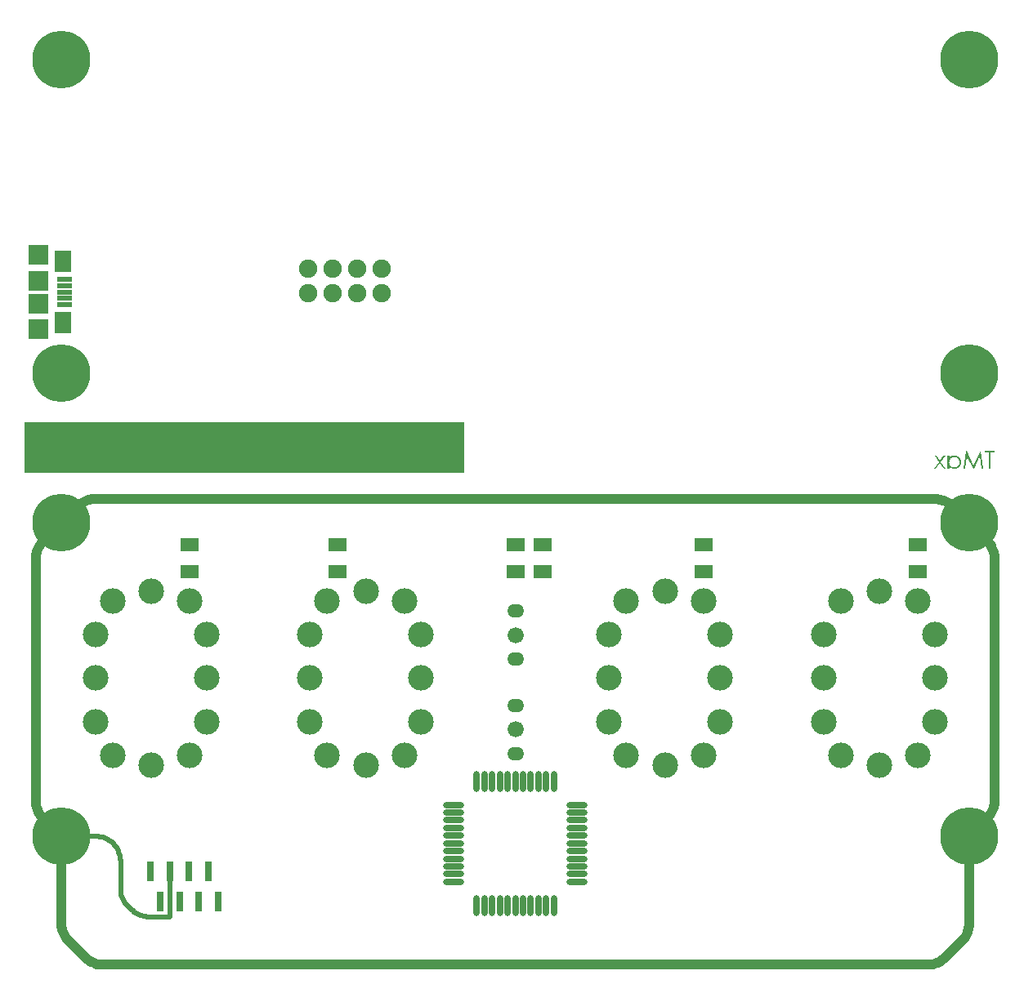
<source format=gbs>
%FSTAX23Y23*%
%MOIN*%
%SFA1B1*%

%IPPOS*%
%ADD49C,0.019685*%
%ADD60R,0.029622X0.078834*%
%ADD84R,0.074897X0.055212*%
%ADD88C,0.006000*%
%ADD89C,0.104425*%
%ADD90C,0.074897*%
%ADD91O,0.068992X0.053244*%
%ADD92C,0.066000*%
%ADD93C,0.235921*%
%ADD100C,0.039370*%
%ADD119R,1.796595X0.210000*%
%ADD120O,0.027653X0.086708*%
%ADD121O,0.086708X0.027653*%
%ADD122R,0.068992X0.088677*%
%ADD123R,0.059149X0.021748*%
%ADD124R,0.080803X0.080803*%
%LNnixie_board_v2.0-1*%
%LPD*%
G36*
X04928Y03483D02*
X0493Y03483D01*
X04932Y03483*
X04934Y03482*
X04935Y03482*
X04937Y03481*
X04938Y0348*
X0494Y03479*
X04941Y03479*
X04942Y03478*
X04943Y03477*
X04944Y03477*
X04944Y03476*
X04945Y03476*
X04945Y03475*
X04945Y03475*
X04946Y03474*
X04948Y03472*
X04949Y03471*
X0495Y03469*
X0495Y03467*
X04951Y03466*
X04952Y03464*
X04952Y03463*
X04952Y03461*
X04953Y0346*
X04953Y03459*
X04953Y03458*
X04953Y03457*
X04953Y03456*
Y03456*
Y03456*
X04953Y03454*
X04953Y03452*
X04952Y0345*
X04952Y03448*
X04951Y03446*
X0495Y03445*
X0495Y03443*
X04949Y03442*
X04948Y0344*
X04948Y03439*
X04947Y03438*
X04946Y03438*
X04946Y03437*
X04945Y03437*
X04945Y03436*
X04945Y03436*
X04944Y03435*
X04942Y03434*
X0494Y03433*
X04939Y03432*
X04937Y03431*
X04936Y0343*
X04934Y0343*
X04933Y03429*
X04931Y03429*
X0493Y03429*
X04929Y03428*
X04928Y03428*
X04927Y03428*
X04927Y03428*
X04926*
X04924Y03428*
X04922Y03429*
X0492Y03429*
X04918Y0343*
X04917Y0343*
X04916Y0343*
X04916Y0343*
X04915Y0343*
X04915Y0343*
X04915Y03431*
X04915Y03431*
X04914*
X04912Y03432*
X04911Y03433*
X04909Y03434*
X04908Y03436*
X04907Y03437*
X04906Y03438*
X04905Y03438*
X04905Y03438*
X04905Y03438*
X04905Y03439*
Y0343*
X04898*
Y03482*
X04905*
Y03472*
X04906Y03474*
X04908Y03476*
X0491Y03477*
X04911Y03479*
X04912Y0348*
X04913Y0348*
X04913Y0348*
X04914Y0348*
X04914Y03481*
X04914Y03481*
X04914*
X04916Y03482*
X04918Y03482*
X0492Y03483*
X04922Y03483*
X04923Y03483*
X04924Y03483*
X04924Y03483*
X04925Y03483*
X04926*
X04928Y03483*
G37*
G36*
X04871Y03457D02*
X04891Y0343D01*
X04883*
X04867Y03452*
X04851Y0343*
X04842*
X04863Y03457*
X04845Y03482*
X04853*
X04867Y03463*
X04881Y03482*
X04889*
X04871Y03457*
G37*
G36*
X05044Y0343D02*
X05037D01*
X0503Y03481*
X05005Y0343*
X05003*
X04977Y0348*
X0497Y0343*
X04963*
X04974Y03501*
X04975*
X05004Y03442*
X05032Y03501*
X05034*
X05044Y0343*
G37*
G36*
X0509Y03494D02*
X05074D01*
Y0343*
X05067*
Y03494*
X05051*
Y03501*
X0509*
Y03494*
G37*
%LNnixie_board_v2.0-2*%
%LPC*%
G36*
X04926Y03477D02*
X04925D01*
X04924Y03477*
X04922Y03477*
X04921Y03476*
X04919Y03476*
X04918Y03476*
X04917Y03475*
X04916Y03474*
X04915Y03474*
X04914Y03473*
X04913Y03473*
X04912Y03472*
X04912Y03472*
X04911Y03471*
X04911Y03471*
X04911Y03471*
X04911Y03471*
X04909Y0347*
X04909Y03468*
X04908Y03467*
X04907Y03466*
X04906Y03465*
X04906Y03463*
X04906Y03462*
X04905Y03461*
X04905Y0346*
X04905Y03459*
X04905Y03458*
X04905Y03457*
X04904Y03456*
Y03456*
Y03456*
Y03455*
X04905Y03453*
X04905Y03451*
X04905Y0345*
X04906Y03448*
X04906Y03447*
X04907Y03446*
X04907Y03446*
X04907Y03445*
X04907Y03445*
X04907Y03445*
Y03445*
X04908Y03443*
X0491Y03442*
X04911Y0344*
X04912Y03439*
X04913Y03438*
X04914Y03438*
X04914Y03438*
X04915Y03437*
X04915Y03437*
X04915*
X04917Y03436*
X04919Y03436*
X0492Y03435*
X04922Y03435*
X04923Y03435*
X04924Y03435*
X04924*
X04925Y03434*
X04925*
X04927Y03435*
X04929Y03435*
X04931Y03435*
X04933Y03436*
X04934Y03436*
X04934Y03437*
X04935Y03437*
X04935Y03437*
X04935Y03437*
X04936Y03437*
X04936*
X04937Y03438*
X04939Y0344*
X0494Y03441*
X04941Y03442*
X04942Y03443*
X04943Y03444*
X04943Y03445*
X04943Y03445*
X04943Y03445*
Y03445*
X04944Y03447*
X04945Y03449*
X04945Y03451*
X04946Y03452*
X04946Y03454*
X04946Y03454*
Y03455*
X04946Y03455*
Y03455*
Y03456*
Y03456*
X04946Y03458*
X04946Y0346*
X04945Y03461*
X04945Y03463*
X04944Y03464*
X04944Y03465*
X04944Y03465*
X04944Y03466*
X04943Y03466*
X04943Y03466*
Y03466*
X04942Y03468*
X04941Y0347*
X0494Y03471*
X04938Y03472*
X04937Y03473*
X04937Y03474*
X04936Y03474*
X04936Y03474*
X04936Y03474*
X04936*
X04934Y03475*
X04932Y03476*
X0493Y03476*
X04929Y03477*
X04927Y03477*
X04927Y03477*
X04926Y03477*
G37*
%LNnixie_board_v2.0-3*%
%LPD*%
G54D49*
X01495Y01899D02*
D01*
X0149Y01904*
X01484Y01908*
X01478Y01913*
X01472Y01916*
X01466Y01919*
X0146Y01922*
X01453Y01924*
X01446Y01926*
X0144Y01927*
X01433Y01928*
X01426Y01929*
X01424Y01929*
X01525Y01716D02*
D01*
X01525Y01709*
X01525Y01702*
X01527Y01695*
X01528Y01688*
X01531Y01682*
X01533Y01675*
X01536Y01669*
X0154Y01663*
X01544Y01657*
X01548Y01652*
X01553Y01646*
X01554Y01645*
X0157Y01629D02*
D01*
X01575Y01624*
X01581Y0162*
X01586Y01616*
X01592Y01612*
X01599Y01609*
X01605Y01606*
X01612Y01604*
X01618Y01602*
X01625Y01601*
X01632Y016*
X01639Y016*
X01641Y016*
X01525Y01828D02*
D01*
X01524Y01835*
X01524Y01842*
X01522Y01849*
X01521Y01856*
X01518Y01862*
X01516Y01869*
X01513Y01875*
X01509Y01881*
X01505Y01887*
X01501Y01892*
X01496Y01898*
X01495Y01899*
X01284Y01929D02*
X01424D01*
X01554Y01645D02*
X0157Y01629D01*
X01525Y01716D02*
Y01828D01*
X01641Y016D02*
X01725D01*
Y01662D02*
Y01787D01*
Y016D02*
Y01662D01*
G54D60*
X01647Y01787D03*
X01765Y01662D03*
X01844D03*
X01922D03*
X01804Y01787D03*
X01725D03*
X01883D03*
X01686Y01662D03*
G54D84*
X04777Y03119D03*
Y0301D03*
X0241Y03119D03*
Y0301D03*
X01807Y03119D03*
Y0301D03*
X03902Y03119D03*
Y0301D03*
X03245D03*
Y03119D03*
X03135Y0301D03*
Y03119D03*
G54D88*
X03745Y02575D03*
X02036Y05242D03*
Y05171D03*
X02629Y05242D03*
Y05171D03*
X02333Y05242D03*
Y05171D03*
X02525Y02575D03*
X0462D03*
X0165D03*
G54D89*
X03902Y0226D03*
X03971Y02397D03*
Y02575D03*
Y02752D03*
X03902Y02889D03*
X03745Y02929D03*
X03587Y02889D03*
X03518Y02752D03*
Y02575D03*
Y02397D03*
X03587Y0226D03*
X03745Y0222D03*
X02525D03*
X02367Y0226D03*
X02298Y02397D03*
Y02575D03*
Y02752D03*
X02367Y02889D03*
X02525Y02929D03*
X02682Y02889D03*
X02751Y02752D03*
Y02575D03*
Y02397D03*
X02682Y0226D03*
X0462Y0222D03*
X04462Y0226D03*
X04393Y02397D03*
Y02575D03*
Y02752D03*
X04462Y02889D03*
X0462Y02929D03*
X04777Y02889D03*
X04846Y02752D03*
Y02575D03*
Y02397D03*
X04777Y0226D03*
X0165Y0222D03*
X01492Y0226D03*
X01423Y02397D03*
Y02575D03*
Y02752D03*
X01492Y02889D03*
X0165Y02929D03*
X01807Y02889D03*
X01876Y02752D03*
Y02575D03*
Y02397D03*
X01807Y0226D03*
G54D90*
X0259Y04247D03*
X0249D03*
X0259Y04147D03*
X0239Y04247D03*
X0249Y04147D03*
X0229D03*
X0239D03*
X0229Y04247D03*
G54D91*
X03135Y02848D03*
Y02651D03*
Y02463D03*
Y02266D03*
G54D92*
X03135Y0275D03*
Y02365D03*
G54D93*
X01284Y05098D03*
X04985Y03818D03*
X01284D03*
X04985Y05098D03*
Y03209D03*
X01284Y01929D03*
X04985D03*
X01284Y03209D03*
G54D100*
X04919Y03275D02*
D01*
X04914Y0328*
X04908Y03284*
X04903Y03288*
X04897Y03292*
X0489Y03295*
X04884Y03298*
X04877Y033*
X04871Y03302*
X04864Y03303*
X04857Y03304*
X0485Y03304*
X04848Y03305*
X0509Y03063D02*
D01*
X0509Y0307*
X05089Y03077*
X05088Y03084*
X05086Y0309*
X05084Y03097*
X05081Y03103*
X05078Y0311*
X05075Y03116*
X05071Y03122*
X05066Y03127*
X05062Y03132*
X05061Y03133*
Y02004D02*
D01*
X05065Y02009*
X0507Y02014*
X05074Y0202*
X05077Y02026*
X0508Y02032*
X05083Y02039*
X05085Y02045*
X05087Y02052*
X05089Y02059*
X05089Y02066*
X0509Y02073*
X0509Y02074*
X04956Y01501D02*
D01*
X04961Y01506*
X04965Y01512*
X04969Y01517*
X04973Y01523*
X04976Y0153*
X04979Y01536*
X04981Y01543*
X04983Y01549*
X04984Y01556*
X04985Y01563*
X04985Y0157*
X04985Y01572*
X04818Y01405D02*
D01*
X04825Y01405*
X04832Y01405*
X04839Y01407*
X04846Y01408*
X04852Y01411*
X04859Y01413*
X04865Y01416*
X04871Y0142*
X04877Y01424*
X04882Y01428*
X04888Y01433*
X04889Y01434*
X01421Y03305D02*
D01*
X01414Y03304*
X01407Y03304*
X014Y03302*
X01393Y03301*
X01387Y03298*
X0138Y03296*
X01374Y03293*
X01368Y03289*
X01362Y03285*
X01357Y03281*
X01351Y03276*
X0135Y03275*
X01208Y03133D02*
D01*
X01204Y03128*
X01199Y03123*
X01195Y03117*
X01192Y03111*
X01189Y03105*
X01186Y03099*
X01184Y03092*
X01182Y03085*
X0118Y03078*
X0118Y03071*
X01179Y03064*
X01179Y03063*
Y02074D02*
D01*
X01179Y02067*
X0118Y0206*
X01181Y02054*
X01183Y02047*
X01185Y0204*
X01188Y02034*
X01191Y02027*
X01194Y02021*
X01198Y02016*
X01203Y0201*
X01207Y02005*
X01208Y02004*
X0138Y01434D02*
D01*
X01385Y01429*
X01391Y01425*
X01396Y01421*
X01402Y01417*
X01409Y01414*
X01415Y01411*
X01422Y01409*
X01428Y01407*
X01435Y01406*
X01442Y01405*
X01449Y01405*
X01451Y01405*
X01284Y01572D02*
D01*
X01284Y01565*
X01284Y01558*
X01286Y01551*
X01287Y01544*
X0129Y01538*
X01292Y01531*
X01295Y01525*
X01299Y01519*
X01303Y01513*
X01307Y01508*
X01312Y01502*
X01313Y01501*
X01208Y02004D02*
X01284Y01929D01*
Y01572D02*
Y01929D01*
X04985Y03209D02*
X05061Y03133D01*
X04985Y01929D02*
X05061Y02004D01*
X04919Y03275D02*
X04985Y03209D01*
X04889Y01434D02*
X04956Y01501D01*
X01421Y03305D02*
X04848D01*
X01284Y03209D02*
X0135Y03275D01*
X01179Y02074D02*
Y03063D01*
X01451Y01405D02*
X04818D01*
X01313Y01501D02*
X0138Y01434D01*
X04985Y01572D02*
Y01929D01*
X0509Y02074D02*
Y03063D01*
X01208Y03133D02*
X01284Y03209D01*
G54D119*
X02031Y03515D03*
G54D120*
X02977Y02152D03*
X03009D03*
X0304D03*
X03072D03*
X03103D03*
X03135D03*
X03166D03*
X03197D03*
X03229D03*
X0326D03*
X03292D03*
Y01647D03*
X0326D03*
X03229D03*
X03197D03*
X03166D03*
X03135D03*
X03103D03*
X03072D03*
X0304D03*
X03009D03*
X02977D03*
G54D121*
X03387Y02057D03*
Y02025D03*
Y01994D03*
Y01962D03*
Y01931D03*
Y019D03*
Y01868D03*
Y01837D03*
Y01805D03*
Y01774D03*
Y01742D03*
X02882D03*
Y01774D03*
Y01805D03*
Y01837D03*
Y01868D03*
Y019D03*
Y01931D03*
Y01962D03*
Y01994D03*
Y02025D03*
Y02057D03*
G54D122*
X0129Y04024D03*
Y04275D03*
G54D123*
X01295Y0415D03*
Y04201D03*
Y04175D03*
Y04124D03*
Y04098D03*
G54D124*
X0119Y04301D03*
Y04197D03*
Y04102D03*
Y03998D03*
M02*
</source>
